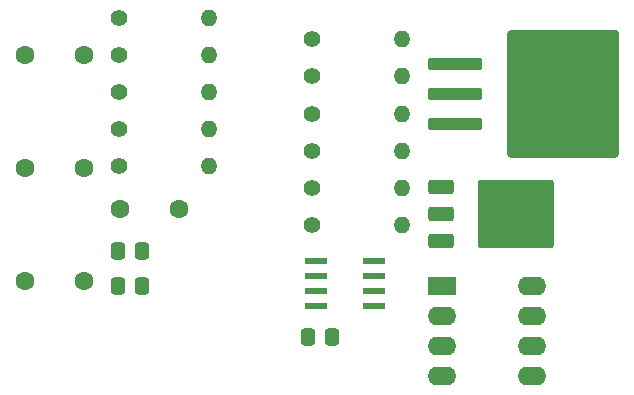
<source format=gbr>
%TF.GenerationSoftware,KiCad,Pcbnew,7.0.8*%
%TF.CreationDate,2023-11-23T11:48:21-03:00*%
%TF.ProjectId,design,64657369-676e-42e6-9b69-6361645f7063,rev?*%
%TF.SameCoordinates,Original*%
%TF.FileFunction,Copper,L1,Top*%
%TF.FilePolarity,Positive*%
%FSLAX46Y46*%
G04 Gerber Fmt 4.6, Leading zero omitted, Abs format (unit mm)*
G04 Created by KiCad (PCBNEW 7.0.8) date 2023-11-23 11:48:21*
%MOMM*%
%LPD*%
G01*
G04 APERTURE LIST*
G04 Aperture macros list*
%AMRoundRect*
0 Rectangle with rounded corners*
0 $1 Rounding radius*
0 $2 $3 $4 $5 $6 $7 $8 $9 X,Y pos of 4 corners*
0 Add a 4 corners polygon primitive as box body*
4,1,4,$2,$3,$4,$5,$6,$7,$8,$9,$2,$3,0*
0 Add four circle primitives for the rounded corners*
1,1,$1+$1,$2,$3*
1,1,$1+$1,$4,$5*
1,1,$1+$1,$6,$7*
1,1,$1+$1,$8,$9*
0 Add four rect primitives between the rounded corners*
20,1,$1+$1,$2,$3,$4,$5,0*
20,1,$1+$1,$4,$5,$6,$7,0*
20,1,$1+$1,$6,$7,$8,$9,0*
20,1,$1+$1,$8,$9,$2,$3,0*%
G04 Aperture macros list end*
%TA.AperFunction,SMDPad,CuDef*%
%ADD10R,1.981200X0.558800*%
%TD*%
%TA.AperFunction,ComponentPad*%
%ADD11C,1.600000*%
%TD*%
%TA.AperFunction,ComponentPad*%
%ADD12C,1.400000*%
%TD*%
%TA.AperFunction,ComponentPad*%
%ADD13O,1.400000X1.400000*%
%TD*%
%TA.AperFunction,SMDPad,CuDef*%
%ADD14RoundRect,0.250000X-0.337500X-0.475000X0.337500X-0.475000X0.337500X0.475000X-0.337500X0.475000X0*%
%TD*%
%TA.AperFunction,ComponentPad*%
%ADD15R,2.400000X1.600000*%
%TD*%
%TA.AperFunction,ComponentPad*%
%ADD16O,2.400000X1.600000*%
%TD*%
%TA.AperFunction,SMDPad,CuDef*%
%ADD17RoundRect,0.250000X-0.850000X-0.350000X0.850000X-0.350000X0.850000X0.350000X-0.850000X0.350000X0*%
%TD*%
%TA.AperFunction,SMDPad,CuDef*%
%ADD18RoundRect,0.249997X-2.950003X-2.650003X2.950003X-2.650003X2.950003X2.650003X-2.950003X2.650003X0*%
%TD*%
%TA.AperFunction,SMDPad,CuDef*%
%ADD19RoundRect,0.250000X-1.275000X-1.125000X1.275000X-1.125000X1.275000X1.125000X-1.275000X1.125000X0*%
%TD*%
%TA.AperFunction,SMDPad,CuDef*%
%ADD20RoundRect,0.250000X-2.050000X-0.300000X2.050000X-0.300000X2.050000X0.300000X-2.050000X0.300000X0*%
%TD*%
%TA.AperFunction,SMDPad,CuDef*%
%ADD21RoundRect,0.250002X-4.449998X-5.149998X4.449998X-5.149998X4.449998X5.149998X-4.449998X5.149998X0*%
%TD*%
%TA.AperFunction,SMDPad,CuDef*%
%ADD22RoundRect,0.250000X-2.025000X-2.375000X2.025000X-2.375000X2.025000X2.375000X-2.025000X2.375000X0*%
%TD*%
G04 APERTURE END LIST*
D10*
%TO.P,U3,1,NC*%
%TO.N,unconnected-(U3-NC-Pad1)*%
X146755800Y-96912100D03*
%TO.P,U3,2,IN-*%
%TO.N,load*%
X146755800Y-98182100D03*
%TO.P,U3,3,IN+*%
%TO.N,Earth*%
X146755800Y-99452100D03*
%TO.P,U3,4,V-*%
%TO.N,-12V*%
X146755800Y-100722100D03*
%TO.P,U3,5,NC*%
%TO.N,unconnected-(U3-NC-Pad5)*%
X151683400Y-100722100D03*
%TO.P,U3,6,OUT*%
%TO.N,Net-(U3-OUT)*%
X151683400Y-99452100D03*
%TO.P,U3,7,V+*%
%TO.N,+12V*%
X151683400Y-98182100D03*
%TO.P,U3,8,NC*%
%TO.N,unconnected-(U3-NC-Pad8)*%
X151683400Y-96912100D03*
%TD*%
D11*
%TO.P,C4,1*%
%TO.N,+12V*%
X122112500Y-98620000D03*
%TO.P,C4,2*%
%TO.N,Earth*%
X127112500Y-98620000D03*
%TD*%
%TO.P,C3,1*%
%TO.N,Net-(U1-VI)*%
X122112500Y-89070000D03*
%TO.P,C3,2*%
%TO.N,Earth*%
X127112500Y-89070000D03*
%TD*%
%TO.P,C1,1*%
%TO.N,-12V*%
X122112500Y-79520000D03*
%TO.P,C1,2*%
%TO.N,Earth*%
X127112500Y-79520000D03*
%TD*%
D12*
%TO.P,R11,1*%
%TO.N,Net-(J3-Pin_1)*%
X130112500Y-88920000D03*
D13*
%TO.P,R11,2*%
%TO.N,Net-(U4B--)*%
X137732500Y-88920000D03*
%TD*%
D12*
%TO.P,R10,1*%
%TO.N,Net-(U4B--)*%
X130112500Y-85770000D03*
D13*
%TO.P,R10,2*%
%TO.N,Net-(U3-OUT)*%
X137732500Y-85770000D03*
%TD*%
D12*
%TO.P,R9,1*%
%TO.N,Net-(R7-Pad1)*%
X130112500Y-82620000D03*
D13*
%TO.P,R9,2*%
%TO.N,Earth*%
X137732500Y-82620000D03*
%TD*%
D12*
%TO.P,R8,1*%
%TO.N,Net-(U3-OUT)*%
X130112500Y-79470000D03*
D13*
%TO.P,R8,2*%
%TO.N,Net-(R7-Pad1)*%
X137732500Y-79470000D03*
%TD*%
D12*
%TO.P,R7,1*%
%TO.N,Net-(R7-Pad1)*%
X130112500Y-76320000D03*
D13*
%TO.P,R7,2*%
%TO.N,load*%
X137732500Y-76320000D03*
%TD*%
D14*
%TO.P,C7,1*%
%TO.N,-12V*%
X130005000Y-99060000D03*
%TO.P,C7,2*%
%TO.N,Earth*%
X132080000Y-99060000D03*
%TD*%
%TO.P,C6,1*%
%TO.N,+12V*%
X130005000Y-96050000D03*
%TO.P,C6,2*%
%TO.N,Earth*%
X132080000Y-96050000D03*
%TD*%
%TO.P,C5,1*%
%TO.N,load*%
X146072500Y-103400000D03*
%TO.P,C5,2*%
%TO.N,Earth*%
X148147500Y-103400000D03*
%TD*%
D11*
%TO.P,C2,1*%
%TO.N,Net-(U2-IN)*%
X130212500Y-92520000D03*
%TO.P,C2,2*%
%TO.N,Earth*%
X135212500Y-92520000D03*
%TD*%
D15*
%TO.P,U4,1*%
%TO.N,Net-(R3-Pad2)*%
X157480000Y-99060000D03*
D16*
%TO.P,U4,2,-*%
%TO.N,Net-(U4A--)*%
X157480000Y-101600000D03*
%TO.P,U4,3,+*%
%TO.N,load*%
X157480000Y-104140000D03*
%TO.P,U4,4*%
%TO.N,N/C*%
X157480000Y-106680000D03*
%TO.P,U4,5,+*%
%TO.N,Earth*%
X165100000Y-106680000D03*
%TO.P,U4,6,-*%
%TO.N,Net-(U4B--)*%
X165100000Y-104140000D03*
%TO.P,U4,7*%
%TO.N,Net-(J3-Pin_1)*%
X165100000Y-101600000D03*
%TO.P,U4,8*%
%TO.N,N/C*%
X165100000Y-99060000D03*
%TD*%
D17*
%TO.P,U2,1,IN*%
%TO.N,Net-(U2-IN)*%
X157380000Y-90680000D03*
%TO.P,U2,2,GND*%
%TO.N,Earth*%
X157380000Y-92960000D03*
%TO.P,U2,3,OUT*%
%TO.N,+12V*%
X157380000Y-95240000D03*
D18*
%TO.P,U2,2,GND*%
%TO.N,Earth*%
X163680000Y-92960000D03*
D19*
X165355000Y-94485000D03*
X162005000Y-91435000D03*
X165355000Y-91435000D03*
X162005000Y-94485000D03*
%TD*%
D20*
%TO.P,U1,1,GND*%
%TO.N,Earth*%
X158580000Y-80220000D03*
%TO.P,U1,2,VI*%
%TO.N,Net-(U1-VI)*%
X158580000Y-82760000D03*
%TO.P,U1,3,VO*%
%TO.N,-12V*%
X158580000Y-85300000D03*
D21*
%TO.P,U1,2,VI*%
%TO.N,Net-(U1-VI)*%
X167730000Y-82760000D03*
D22*
X170155000Y-85535000D03*
X165305000Y-79985000D03*
X170155000Y-79985000D03*
X165305000Y-85535000D03*
%TD*%
D12*
%TO.P,R6,1*%
%TO.N,load*%
X146410000Y-93910000D03*
D13*
%TO.P,R6,2*%
%TO.N,Net-(J2-Pin_2)*%
X154030000Y-93910000D03*
%TD*%
D12*
%TO.P,R5,1*%
%TO.N,Earth*%
X146410000Y-90760000D03*
D13*
%TO.P,R5,2*%
%TO.N,Net-(U4A--)*%
X154030000Y-90760000D03*
%TD*%
D12*
%TO.P,R4,1*%
%TO.N,Net-(U4A--)*%
X146410000Y-87610000D03*
D13*
%TO.P,R4,2*%
%TO.N,Net-(R3-Pad2)*%
X154030000Y-87610000D03*
%TD*%
D12*
%TO.P,R3,1*%
%TO.N,load*%
X146410000Y-84460000D03*
D13*
%TO.P,R3,2*%
%TO.N,Net-(R3-Pad2)*%
X154030000Y-84460000D03*
%TD*%
D12*
%TO.P,R2,1*%
%TO.N,Net-(J1-Pin_3)*%
X146410000Y-81310000D03*
D13*
%TO.P,R2,2*%
%TO.N,Net-(U2-IN)*%
X154030000Y-81310000D03*
%TD*%
D12*
%TO.P,R1,1*%
%TO.N,Net-(U1-VI)*%
X146410000Y-78160000D03*
D13*
%TO.P,R1,2*%
%TO.N,Net-(J1-Pin_1)*%
X154030000Y-78160000D03*
%TD*%
M02*

</source>
